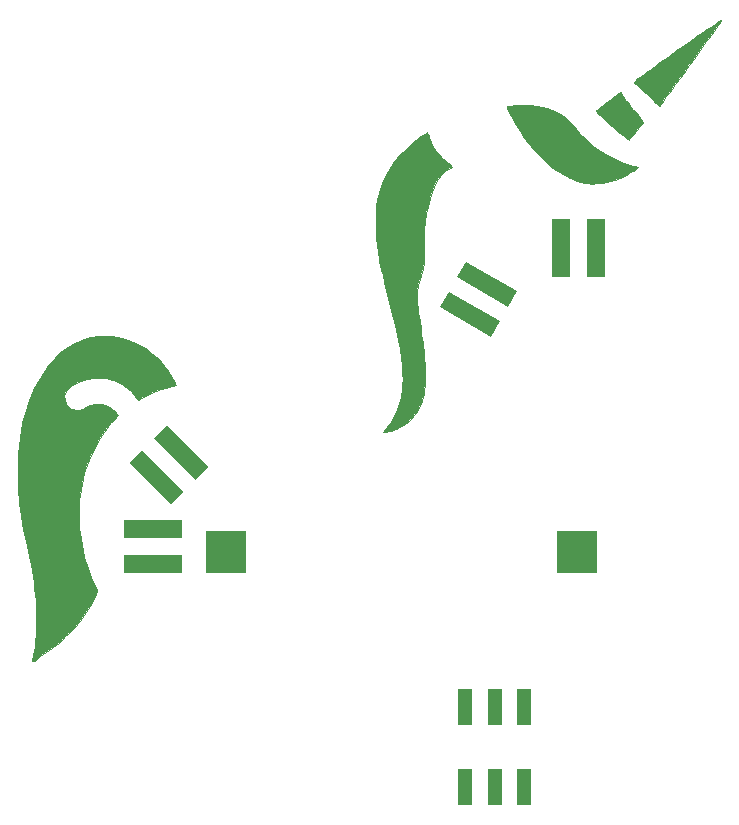
<source format=gbs>
G04 #@! TF.GenerationSoftware,KiCad,Pcbnew,7.0.2.1-36-g582732918d-dirty-deb11*
G04 #@! TF.CreationDate,2024-01-19T22:58:33+00:00*
G04 #@! TF.ProjectId,unicorn_simple,756e6963-6f72-46e5-9f73-696d706c652e,rev?*
G04 #@! TF.SameCoordinates,Original*
G04 #@! TF.FileFunction,Soldermask,Bot*
G04 #@! TF.FilePolarity,Negative*
%FSLAX46Y46*%
G04 Gerber Fmt 4.6, Leading zero omitted, Abs format (unit mm)*
G04 Created by KiCad (PCBNEW 7.0.2.1-36-g582732918d-dirty-deb11) date 2024-01-19 22:58:33*
%MOMM*%
%LPD*%
G01*
G04 APERTURE LIST*
%ADD10C,0.010000*%
%ADD11R,5.000000X1.524000*%
%ADD12R,1.524000X5.000000*%
%ADD13R,3.350000X3.600000*%
%ADD14R,1.300000X3.150000*%
G04 APERTURE END LIST*
D10*
X213380257Y-54915942D02*
X213420398Y-55004211D01*
X213430524Y-55031139D01*
X213472001Y-55122557D01*
X213540512Y-55237412D01*
X213640973Y-55382177D01*
X213778304Y-55563321D01*
X213957420Y-55787317D01*
X214183239Y-56060635D01*
X214460678Y-56389746D01*
X214482032Y-56414891D01*
X214723645Y-56701688D01*
X214912831Y-56932314D01*
X215054149Y-57113215D01*
X215152158Y-57250839D01*
X215211416Y-57351634D01*
X215236481Y-57422047D01*
X215231913Y-57468525D01*
X215229783Y-57472478D01*
X215161003Y-57577456D01*
X215056824Y-57722772D01*
X214926529Y-57896792D01*
X214779399Y-58087880D01*
X214624714Y-58284401D01*
X214471756Y-58474719D01*
X214329805Y-58647199D01*
X214208144Y-58790207D01*
X214116053Y-58892106D01*
X214062814Y-58941261D01*
X214056001Y-58943989D01*
X214003496Y-58919835D01*
X213900193Y-58854827D01*
X213762434Y-58759692D01*
X213647000Y-58675520D01*
X213371718Y-58461736D01*
X213063167Y-58205343D01*
X212715643Y-57901338D01*
X212323439Y-57544724D01*
X211880852Y-57130500D01*
X211842818Y-57094459D01*
X211629138Y-56889958D01*
X211472171Y-56734764D01*
X211365582Y-56621680D01*
X211303032Y-56543505D01*
X211278186Y-56493042D01*
X211284706Y-56463091D01*
X211285927Y-56461818D01*
X211336955Y-56418541D01*
X211442670Y-56334095D01*
X211593056Y-56216146D01*
X211778098Y-56072362D01*
X211987779Y-55910411D01*
X212212084Y-55737959D01*
X212440998Y-55562674D01*
X212664503Y-55392223D01*
X212872585Y-55234273D01*
X213055228Y-55096491D01*
X213202416Y-54986546D01*
X213304134Y-54912103D01*
X213350364Y-54880830D01*
X213351832Y-54880334D01*
X213380257Y-54915942D01*
G36*
X213380257Y-54915942D02*
G01*
X213420398Y-55004211D01*
X213430524Y-55031139D01*
X213472001Y-55122557D01*
X213540512Y-55237412D01*
X213640973Y-55382177D01*
X213778304Y-55563321D01*
X213957420Y-55787317D01*
X214183239Y-56060635D01*
X214460678Y-56389746D01*
X214482032Y-56414891D01*
X214723645Y-56701688D01*
X214912831Y-56932314D01*
X215054149Y-57113215D01*
X215152158Y-57250839D01*
X215211416Y-57351634D01*
X215236481Y-57422047D01*
X215231913Y-57468525D01*
X215229783Y-57472478D01*
X215161003Y-57577456D01*
X215056824Y-57722772D01*
X214926529Y-57896792D01*
X214779399Y-58087880D01*
X214624714Y-58284401D01*
X214471756Y-58474719D01*
X214329805Y-58647199D01*
X214208144Y-58790207D01*
X214116053Y-58892106D01*
X214062814Y-58941261D01*
X214056001Y-58943989D01*
X214003496Y-58919835D01*
X213900193Y-58854827D01*
X213762434Y-58759692D01*
X213647000Y-58675520D01*
X213371718Y-58461736D01*
X213063167Y-58205343D01*
X212715643Y-57901338D01*
X212323439Y-57544724D01*
X211880852Y-57130500D01*
X211842818Y-57094459D01*
X211629138Y-56889958D01*
X211472171Y-56734764D01*
X211365582Y-56621680D01*
X211303032Y-56543505D01*
X211278186Y-56493042D01*
X211284706Y-56463091D01*
X211285927Y-56461818D01*
X211336955Y-56418541D01*
X211442670Y-56334095D01*
X211593056Y-56216146D01*
X211778098Y-56072362D01*
X211987779Y-55910411D01*
X212212084Y-55737959D01*
X212440998Y-55562674D01*
X212664503Y-55392223D01*
X212872585Y-55234273D01*
X213055228Y-55096491D01*
X213202416Y-54986546D01*
X213304134Y-54912103D01*
X213350364Y-54880830D01*
X213351832Y-54880334D01*
X213380257Y-54915942D01*
G37*
X221880538Y-48791153D02*
X221881190Y-48806335D01*
X221866067Y-48840539D01*
X221831597Y-48899054D01*
X221774212Y-48987172D01*
X221690343Y-49110180D01*
X221576420Y-49273369D01*
X221428875Y-49482030D01*
X221244137Y-49741451D01*
X221018638Y-50056922D01*
X220748809Y-50433734D01*
X220624988Y-50606555D01*
X220075516Y-51373162D01*
X219573512Y-52072982D01*
X219117372Y-52708222D01*
X218705490Y-53281088D01*
X218336264Y-53793790D01*
X218008087Y-54248532D01*
X217719356Y-54647524D01*
X217468465Y-54992972D01*
X217253811Y-55287084D01*
X217073788Y-55532066D01*
X216926792Y-55730127D01*
X216811219Y-55883473D01*
X216725463Y-55994313D01*
X216667921Y-56064852D01*
X216636987Y-56097299D01*
X216631500Y-56100094D01*
X216587293Y-56069513D01*
X216496900Y-55989672D01*
X216372934Y-55872228D01*
X216228007Y-55728841D01*
X216208167Y-55708784D01*
X216036297Y-55538839D01*
X215823676Y-55335010D01*
X215593364Y-55119064D01*
X215368421Y-54912767D01*
X215290879Y-54842979D01*
X215100789Y-54670080D01*
X214922597Y-54502743D01*
X214770608Y-54354791D01*
X214659129Y-54240047D01*
X214616317Y-54191254D01*
X214478045Y-54019192D01*
X214636129Y-53882538D01*
X214701056Y-53831854D01*
X214827966Y-53737870D01*
X215011198Y-53604580D01*
X215245090Y-53435978D01*
X215523982Y-53236056D01*
X215842212Y-53008808D01*
X216194119Y-52758228D01*
X216574041Y-52488308D01*
X216976319Y-52203042D01*
X217395290Y-51906423D01*
X217825293Y-51602444D01*
X218260667Y-51295099D01*
X218695751Y-50988381D01*
X219124883Y-50686284D01*
X219542403Y-50392800D01*
X219942649Y-50111923D01*
X220319961Y-49847647D01*
X220668676Y-49603964D01*
X220983134Y-49384868D01*
X221257674Y-49194352D01*
X221486634Y-49036410D01*
X221664352Y-48915035D01*
X221785169Y-48834219D01*
X221843423Y-48797957D01*
X221846180Y-48796695D01*
X221867678Y-48789703D01*
X221880538Y-48791153D01*
G36*
X221880538Y-48791153D02*
G01*
X221881190Y-48806335D01*
X221866067Y-48840539D01*
X221831597Y-48899054D01*
X221774212Y-48987172D01*
X221690343Y-49110180D01*
X221576420Y-49273369D01*
X221428875Y-49482030D01*
X221244137Y-49741451D01*
X221018638Y-50056922D01*
X220748809Y-50433734D01*
X220624988Y-50606555D01*
X220075516Y-51373162D01*
X219573512Y-52072982D01*
X219117372Y-52708222D01*
X218705490Y-53281088D01*
X218336264Y-53793790D01*
X218008087Y-54248532D01*
X217719356Y-54647524D01*
X217468465Y-54992972D01*
X217253811Y-55287084D01*
X217073788Y-55532066D01*
X216926792Y-55730127D01*
X216811219Y-55883473D01*
X216725463Y-55994313D01*
X216667921Y-56064852D01*
X216636987Y-56097299D01*
X216631500Y-56100094D01*
X216587293Y-56069513D01*
X216496900Y-55989672D01*
X216372934Y-55872228D01*
X216228007Y-55728841D01*
X216208167Y-55708784D01*
X216036297Y-55538839D01*
X215823676Y-55335010D01*
X215593364Y-55119064D01*
X215368421Y-54912767D01*
X215290879Y-54842979D01*
X215100789Y-54670080D01*
X214922597Y-54502743D01*
X214770608Y-54354791D01*
X214659129Y-54240047D01*
X214616317Y-54191254D01*
X214478045Y-54019192D01*
X214636129Y-53882538D01*
X214701056Y-53831854D01*
X214827966Y-53737870D01*
X215011198Y-53604580D01*
X215245090Y-53435978D01*
X215523982Y-53236056D01*
X215842212Y-53008808D01*
X216194119Y-52758228D01*
X216574041Y-52488308D01*
X216976319Y-52203042D01*
X217395290Y-51906423D01*
X217825293Y-51602444D01*
X218260667Y-51295099D01*
X218695751Y-50988381D01*
X219124883Y-50686284D01*
X219542403Y-50392800D01*
X219942649Y-50111923D01*
X220319961Y-49847647D01*
X220668676Y-49603964D01*
X220983134Y-49384868D01*
X221257674Y-49194352D01*
X221486634Y-49036410D01*
X221664352Y-48915035D01*
X221785169Y-48834219D01*
X221843423Y-48797957D01*
X221846180Y-48796695D01*
X221867678Y-48789703D01*
X221880538Y-48791153D01*
G37*
X205722048Y-56036614D02*
X206235098Y-56076529D01*
X206699877Y-56147736D01*
X207132731Y-56253507D01*
X207550010Y-56397114D01*
X207968062Y-56581828D01*
X207995613Y-56595316D01*
X208387686Y-56817401D01*
X208749650Y-57086180D01*
X209095867Y-57413804D01*
X209440704Y-57812423D01*
X209453288Y-57828270D01*
X209961231Y-58425546D01*
X210501447Y-58978251D01*
X211061738Y-59475177D01*
X211629909Y-59905118D01*
X211923173Y-60097717D01*
X212371172Y-60351922D01*
X212874882Y-60596024D01*
X213407012Y-60818847D01*
X213940271Y-61009215D01*
X214447368Y-61155948D01*
X214588917Y-61189477D01*
X214718674Y-61223280D01*
X214806977Y-61255548D01*
X214832334Y-61275051D01*
X214797720Y-61313769D01*
X214703134Y-61385189D01*
X214562460Y-61480615D01*
X214389580Y-61591350D01*
X214198379Y-61708698D01*
X214002738Y-61823961D01*
X213816542Y-61928444D01*
X213653674Y-62013450D01*
X213653068Y-62013749D01*
X213277850Y-62182295D01*
X212870006Y-62331688D01*
X212408139Y-62469420D01*
X212186500Y-62527200D01*
X211808551Y-62601274D01*
X211399338Y-62645433D01*
X210986187Y-62658786D01*
X210596420Y-62640438D01*
X210260334Y-62590154D01*
X209665021Y-62423258D01*
X209059442Y-62185423D01*
X208462164Y-61885314D01*
X207891755Y-61531597D01*
X207699167Y-61394727D01*
X207296913Y-61072696D01*
X206873443Y-60686636D01*
X206441272Y-60250175D01*
X206012914Y-59776942D01*
X205600882Y-59280567D01*
X205217691Y-58774677D01*
X204982744Y-58436334D01*
X204846341Y-58225602D01*
X204697417Y-57984481D01*
X204541541Y-57723130D01*
X204384280Y-57451709D01*
X204231203Y-57180381D01*
X204087879Y-56919304D01*
X203959874Y-56678639D01*
X203852758Y-56468546D01*
X203772097Y-56299187D01*
X203723462Y-56180721D01*
X203712419Y-56123309D01*
X203713891Y-56120998D01*
X203779549Y-56096896D01*
X203919595Y-56075134D01*
X204123769Y-56056405D01*
X204381809Y-56041397D01*
X204683452Y-56030802D01*
X205018438Y-56025312D01*
X205144377Y-56024719D01*
X205722048Y-56036614D01*
G36*
X205722048Y-56036614D02*
G01*
X206235098Y-56076529D01*
X206699877Y-56147736D01*
X207132731Y-56253507D01*
X207550010Y-56397114D01*
X207968062Y-56581828D01*
X207995613Y-56595316D01*
X208387686Y-56817401D01*
X208749650Y-57086180D01*
X209095867Y-57413804D01*
X209440704Y-57812423D01*
X209453288Y-57828270D01*
X209961231Y-58425546D01*
X210501447Y-58978251D01*
X211061738Y-59475177D01*
X211629909Y-59905118D01*
X211923173Y-60097717D01*
X212371172Y-60351922D01*
X212874882Y-60596024D01*
X213407012Y-60818847D01*
X213940271Y-61009215D01*
X214447368Y-61155948D01*
X214588917Y-61189477D01*
X214718674Y-61223280D01*
X214806977Y-61255548D01*
X214832334Y-61275051D01*
X214797720Y-61313769D01*
X214703134Y-61385189D01*
X214562460Y-61480615D01*
X214389580Y-61591350D01*
X214198379Y-61708698D01*
X214002738Y-61823961D01*
X213816542Y-61928444D01*
X213653674Y-62013450D01*
X213653068Y-62013749D01*
X213277850Y-62182295D01*
X212870006Y-62331688D01*
X212408139Y-62469420D01*
X212186500Y-62527200D01*
X211808551Y-62601274D01*
X211399338Y-62645433D01*
X210986187Y-62658786D01*
X210596420Y-62640438D01*
X210260334Y-62590154D01*
X209665021Y-62423258D01*
X209059442Y-62185423D01*
X208462164Y-61885314D01*
X207891755Y-61531597D01*
X207699167Y-61394727D01*
X207296913Y-61072696D01*
X206873443Y-60686636D01*
X206441272Y-60250175D01*
X206012914Y-59776942D01*
X205600882Y-59280567D01*
X205217691Y-58774677D01*
X204982744Y-58436334D01*
X204846341Y-58225602D01*
X204697417Y-57984481D01*
X204541541Y-57723130D01*
X204384280Y-57451709D01*
X204231203Y-57180381D01*
X204087879Y-56919304D01*
X203959874Y-56678639D01*
X203852758Y-56468546D01*
X203772097Y-56299187D01*
X203723462Y-56180721D01*
X203712419Y-56123309D01*
X203713891Y-56120998D01*
X203779549Y-56096896D01*
X203919595Y-56075134D01*
X204123769Y-56056405D01*
X204381809Y-56041397D01*
X204683452Y-56030802D01*
X205018438Y-56025312D01*
X205144377Y-56024719D01*
X205722048Y-56036614D01*
G37*
X197008583Y-58363443D02*
X197056566Y-58469466D01*
X197115254Y-58620342D01*
X197155565Y-58734107D01*
X197317546Y-59160921D01*
X197498253Y-59536308D01*
X197709122Y-59876100D01*
X197961586Y-60196128D01*
X198267080Y-60512225D01*
X198637039Y-60840224D01*
X198735084Y-60921162D01*
X198886910Y-61046264D01*
X199011308Y-61151051D01*
X199095490Y-61224589D01*
X199126666Y-61255942D01*
X199126667Y-61255982D01*
X199092347Y-61281895D01*
X199004135Y-61332192D01*
X198925584Y-61373266D01*
X198533881Y-61613902D01*
X198193815Y-61913696D01*
X197902243Y-62276603D01*
X197656025Y-62706574D01*
X197452016Y-63207562D01*
X197440647Y-63241167D01*
X197387472Y-63412006D01*
X197320397Y-63645577D01*
X197243822Y-63924752D01*
X197162146Y-64232401D01*
X197079766Y-64551396D01*
X197001083Y-64864606D01*
X196930494Y-65154903D01*
X196872399Y-65405159D01*
X196831196Y-65598243D01*
X196820047Y-65657818D01*
X196777668Y-65961117D01*
X196743137Y-66330616D01*
X196717177Y-66748146D01*
X196700508Y-67195543D01*
X196693852Y-67654638D01*
X196697931Y-68107265D01*
X196709211Y-68448167D01*
X196723079Y-68789994D01*
X196728645Y-69066676D01*
X196723640Y-69297515D01*
X196705797Y-69501819D01*
X196672850Y-69698891D01*
X196622529Y-69908037D01*
X196552569Y-70148561D01*
X196483747Y-70367738D01*
X196375639Y-70712889D01*
X196292846Y-70997058D01*
X196232122Y-71238965D01*
X196190221Y-71457333D01*
X196163898Y-71670882D01*
X196149907Y-71898334D01*
X196145002Y-72158411D01*
X196144999Y-72321667D01*
X196147216Y-72536542D01*
X196153008Y-72731378D01*
X196163880Y-72920940D01*
X196181337Y-73119989D01*
X196206885Y-73343290D01*
X196242030Y-73605606D01*
X196288278Y-73921701D01*
X196347133Y-74306337D01*
X196347907Y-74311334D01*
X196434335Y-74872378D01*
X196508051Y-75360013D01*
X196570151Y-75784364D01*
X196621731Y-76155554D01*
X196663887Y-76483708D01*
X196697715Y-76778950D01*
X196724310Y-77051404D01*
X196744769Y-77311194D01*
X196760187Y-77568445D01*
X196771660Y-77833281D01*
X196780285Y-78115826D01*
X196785772Y-78356654D01*
X196792345Y-78888339D01*
X196787699Y-79348602D01*
X196770290Y-79750131D01*
X196738574Y-80105618D01*
X196691007Y-80427752D01*
X196626045Y-80729223D01*
X196542143Y-81022720D01*
X196437757Y-81320934D01*
X196419103Y-81369798D01*
X196189714Y-81848542D01*
X195888651Y-82286033D01*
X195520813Y-82677142D01*
X195091099Y-83016737D01*
X194604410Y-83299688D01*
X194551635Y-83325223D01*
X194351074Y-83413476D01*
X194134610Y-83496952D01*
X193916271Y-83571667D01*
X193710090Y-83633634D01*
X193530095Y-83678868D01*
X193390317Y-83703384D01*
X193304787Y-83703197D01*
X193284667Y-83685104D01*
X193309984Y-83644530D01*
X193378529Y-83553435D01*
X193479188Y-83426226D01*
X193575805Y-83307615D01*
X193930315Y-82837962D01*
X194222680Y-82360199D01*
X194457510Y-81861950D01*
X194639419Y-81330841D01*
X194773017Y-80754495D01*
X194862917Y-80120537D01*
X194893343Y-79772195D01*
X194914478Y-79237096D01*
X194903319Y-78664436D01*
X194859110Y-78048611D01*
X194781097Y-77384022D01*
X194668524Y-76665066D01*
X194520638Y-75886142D01*
X194336683Y-75041649D01*
X194151623Y-74269000D01*
X193948913Y-73450891D01*
X193766172Y-72709131D01*
X193602284Y-72038069D01*
X193456131Y-71432055D01*
X193326597Y-70885440D01*
X193212565Y-70392572D01*
X193112919Y-69947803D01*
X193026542Y-69545480D01*
X192952317Y-69179955D01*
X192889127Y-68845576D01*
X192835857Y-68536695D01*
X192791389Y-68247659D01*
X192754607Y-67972820D01*
X192724394Y-67706527D01*
X192699633Y-67443130D01*
X192679208Y-67176978D01*
X192662002Y-66902421D01*
X192649599Y-66668794D01*
X192628308Y-65931375D01*
X192642390Y-65257925D01*
X192693241Y-64634864D01*
X192782259Y-64048609D01*
X192910840Y-63485580D01*
X193013038Y-63135894D01*
X193279804Y-62405133D01*
X193602206Y-61728513D01*
X193988364Y-61090105D01*
X194224798Y-60757589D01*
X194411477Y-60524578D01*
X194645600Y-60257218D01*
X194908909Y-59974562D01*
X195183145Y-59695663D01*
X195450049Y-59439571D01*
X195691362Y-59225339D01*
X195700928Y-59217322D01*
X195863774Y-59085730D01*
X196050322Y-58942237D01*
X196248132Y-58795577D01*
X196444762Y-58654483D01*
X196627771Y-58527689D01*
X196784717Y-58423930D01*
X196903160Y-58351939D01*
X196970658Y-58320451D01*
X196978927Y-58320143D01*
X197008583Y-58363443D01*
G36*
X197008583Y-58363443D02*
G01*
X197056566Y-58469466D01*
X197115254Y-58620342D01*
X197155565Y-58734107D01*
X197317546Y-59160921D01*
X197498253Y-59536308D01*
X197709122Y-59876100D01*
X197961586Y-60196128D01*
X198267080Y-60512225D01*
X198637039Y-60840224D01*
X198735084Y-60921162D01*
X198886910Y-61046264D01*
X199011308Y-61151051D01*
X199095490Y-61224589D01*
X199126666Y-61255942D01*
X199126667Y-61255982D01*
X199092347Y-61281895D01*
X199004135Y-61332192D01*
X198925584Y-61373266D01*
X198533881Y-61613902D01*
X198193815Y-61913696D01*
X197902243Y-62276603D01*
X197656025Y-62706574D01*
X197452016Y-63207562D01*
X197440647Y-63241167D01*
X197387472Y-63412006D01*
X197320397Y-63645577D01*
X197243822Y-63924752D01*
X197162146Y-64232401D01*
X197079766Y-64551396D01*
X197001083Y-64864606D01*
X196930494Y-65154903D01*
X196872399Y-65405159D01*
X196831196Y-65598243D01*
X196820047Y-65657818D01*
X196777668Y-65961117D01*
X196743137Y-66330616D01*
X196717177Y-66748146D01*
X196700508Y-67195543D01*
X196693852Y-67654638D01*
X196697931Y-68107265D01*
X196709211Y-68448167D01*
X196723079Y-68789994D01*
X196728645Y-69066676D01*
X196723640Y-69297515D01*
X196705797Y-69501819D01*
X196672850Y-69698891D01*
X196622529Y-69908037D01*
X196552569Y-70148561D01*
X196483747Y-70367738D01*
X196375639Y-70712889D01*
X196292846Y-70997058D01*
X196232122Y-71238965D01*
X196190221Y-71457333D01*
X196163898Y-71670882D01*
X196149907Y-71898334D01*
X196145002Y-72158411D01*
X196144999Y-72321667D01*
X196147216Y-72536542D01*
X196153008Y-72731378D01*
X196163880Y-72920940D01*
X196181337Y-73119989D01*
X196206885Y-73343290D01*
X196242030Y-73605606D01*
X196288278Y-73921701D01*
X196347133Y-74306337D01*
X196347907Y-74311334D01*
X196434335Y-74872378D01*
X196508051Y-75360013D01*
X196570151Y-75784364D01*
X196621731Y-76155554D01*
X196663887Y-76483708D01*
X196697715Y-76778950D01*
X196724310Y-77051404D01*
X196744769Y-77311194D01*
X196760187Y-77568445D01*
X196771660Y-77833281D01*
X196780285Y-78115826D01*
X196785772Y-78356654D01*
X196792345Y-78888339D01*
X196787699Y-79348602D01*
X196770290Y-79750131D01*
X196738574Y-80105618D01*
X196691007Y-80427752D01*
X196626045Y-80729223D01*
X196542143Y-81022720D01*
X196437757Y-81320934D01*
X196419103Y-81369798D01*
X196189714Y-81848542D01*
X195888651Y-82286033D01*
X195520813Y-82677142D01*
X195091099Y-83016737D01*
X194604410Y-83299688D01*
X194551635Y-83325223D01*
X194351074Y-83413476D01*
X194134610Y-83496952D01*
X193916271Y-83571667D01*
X193710090Y-83633634D01*
X193530095Y-83678868D01*
X193390317Y-83703384D01*
X193304787Y-83703197D01*
X193284667Y-83685104D01*
X193309984Y-83644530D01*
X193378529Y-83553435D01*
X193479188Y-83426226D01*
X193575805Y-83307615D01*
X193930315Y-82837962D01*
X194222680Y-82360199D01*
X194457510Y-81861950D01*
X194639419Y-81330841D01*
X194773017Y-80754495D01*
X194862917Y-80120537D01*
X194893343Y-79772195D01*
X194914478Y-79237096D01*
X194903319Y-78664436D01*
X194859110Y-78048611D01*
X194781097Y-77384022D01*
X194668524Y-76665066D01*
X194520638Y-75886142D01*
X194336683Y-75041649D01*
X194151623Y-74269000D01*
X193948913Y-73450891D01*
X193766172Y-72709131D01*
X193602284Y-72038069D01*
X193456131Y-71432055D01*
X193326597Y-70885440D01*
X193212565Y-70392572D01*
X193112919Y-69947803D01*
X193026542Y-69545480D01*
X192952317Y-69179955D01*
X192889127Y-68845576D01*
X192835857Y-68536695D01*
X192791389Y-68247659D01*
X192754607Y-67972820D01*
X192724394Y-67706527D01*
X192699633Y-67443130D01*
X192679208Y-67176978D01*
X192662002Y-66902421D01*
X192649599Y-66668794D01*
X192628308Y-65931375D01*
X192642390Y-65257925D01*
X192693241Y-64634864D01*
X192782259Y-64048609D01*
X192910840Y-63485580D01*
X193013038Y-63135894D01*
X193279804Y-62405133D01*
X193602206Y-61728513D01*
X193988364Y-61090105D01*
X194224798Y-60757589D01*
X194411477Y-60524578D01*
X194645600Y-60257218D01*
X194908909Y-59974562D01*
X195183145Y-59695663D01*
X195450049Y-59439571D01*
X195691362Y-59225339D01*
X195700928Y-59217322D01*
X195863774Y-59085730D01*
X196050322Y-58942237D01*
X196248132Y-58795577D01*
X196444762Y-58654483D01*
X196627771Y-58527689D01*
X196784717Y-58423930D01*
X196903160Y-58351939D01*
X196970658Y-58320451D01*
X196978927Y-58320143D01*
X197008583Y-58363443D01*
G37*
X169871732Y-75564098D02*
X170291752Y-75592063D01*
X170672425Y-75645831D01*
X170728733Y-75657029D01*
X171402594Y-75831100D01*
X172058153Y-76065985D01*
X172677420Y-76354075D01*
X173242405Y-76687760D01*
X173366834Y-76773012D01*
X173644119Y-76987499D01*
X173946764Y-77253668D01*
X174254882Y-77551641D01*
X174548582Y-77861537D01*
X174807978Y-78163477D01*
X174969890Y-78375334D01*
X175086995Y-78548727D01*
X175210375Y-78747182D01*
X175333027Y-78957446D01*
X175447947Y-79166267D01*
X175548132Y-79360393D01*
X175626577Y-79526574D01*
X175676280Y-79651557D01*
X175690236Y-79722091D01*
X175686256Y-79730788D01*
X175633978Y-79751649D01*
X175516735Y-79786348D01*
X175352128Y-79829983D01*
X175166000Y-79875701D01*
X174812618Y-79970912D01*
X174423131Y-80095478D01*
X174017512Y-80241486D01*
X173615736Y-80401023D01*
X173237776Y-80566175D01*
X172903606Y-80729028D01*
X172644341Y-80874747D01*
X172512375Y-80956306D01*
X172383025Y-80777070D01*
X172256925Y-80621972D01*
X172083830Y-80435528D01*
X171884094Y-80237700D01*
X171678069Y-80048449D01*
X171486109Y-79887739D01*
X171440667Y-79852831D01*
X171153937Y-79663828D01*
X170816574Y-79483850D01*
X170462209Y-79330166D01*
X170328356Y-79281662D01*
X169836997Y-79157401D01*
X169316054Y-79105725D01*
X168777663Y-79125543D01*
X168233957Y-79215764D01*
X167697071Y-79375298D01*
X167271828Y-79556386D01*
X166921473Y-79748007D01*
X166651448Y-79942988D01*
X166457431Y-80146242D01*
X166335099Y-80362682D01*
X166280131Y-80597222D01*
X166276000Y-80688325D01*
X166315875Y-81002118D01*
X166432104Y-81283903D01*
X166619596Y-81524800D01*
X166861200Y-81708935D01*
X166999620Y-81778710D01*
X167134378Y-81814126D01*
X167306176Y-81825146D01*
X167336681Y-81825310D01*
X167466041Y-81821777D01*
X167577062Y-81806389D01*
X167692137Y-81772262D01*
X167833664Y-81712513D01*
X168024037Y-81620259D01*
X168056347Y-81604115D01*
X168252979Y-81510301D01*
X168442635Y-81427897D01*
X168601084Y-81366999D01*
X168689000Y-81340567D01*
X168952926Y-81303453D01*
X169235217Y-81299128D01*
X169502738Y-81326301D01*
X169713995Y-81380479D01*
X169906430Y-81473967D01*
X170122744Y-81612135D01*
X170337071Y-81775372D01*
X170523543Y-81944070D01*
X170650643Y-82090559D01*
X170779154Y-82270952D01*
X170697160Y-82371874D01*
X170638739Y-82442418D01*
X170539141Y-82561289D01*
X170411989Y-82712275D01*
X170270908Y-82879164D01*
X170261745Y-82889982D01*
X169652615Y-83669124D01*
X169120160Y-84479038D01*
X168662956Y-85322981D01*
X168279581Y-86204208D01*
X167968611Y-87125975D01*
X167728625Y-88091538D01*
X167563458Y-89064500D01*
X167530317Y-89385938D01*
X167506699Y-89770800D01*
X167492619Y-90198378D01*
X167488092Y-90647965D01*
X167493131Y-91098854D01*
X167507750Y-91530336D01*
X167531966Y-91921705D01*
X167561267Y-92216831D01*
X167727871Y-93270241D01*
X167962232Y-94278639D01*
X168266959Y-95251092D01*
X168644662Y-96196666D01*
X168810207Y-96555719D01*
X169058124Y-97073990D01*
X168939146Y-97400333D01*
X168731802Y-97895760D01*
X168464003Y-98417710D01*
X168146669Y-98947161D01*
X167790719Y-99465093D01*
X167636697Y-99669000D01*
X167459951Y-99881903D01*
X167231373Y-100135077D01*
X166964616Y-100415124D01*
X166673330Y-100708646D01*
X166371168Y-101002245D01*
X166071782Y-101282523D01*
X165788823Y-101536083D01*
X165535944Y-101749525D01*
X165436787Y-101828000D01*
X165235443Y-101980223D01*
X165003446Y-102150738D01*
X164753809Y-102330465D01*
X164499545Y-102510325D01*
X164253665Y-102681238D01*
X164029181Y-102834125D01*
X163839107Y-102959907D01*
X163696453Y-103049504D01*
X163640750Y-103081217D01*
X163555931Y-103113790D01*
X163524334Y-103097932D01*
X163524334Y-103097878D01*
X163532319Y-103041225D01*
X163554098Y-102919216D01*
X163586408Y-102749426D01*
X163625984Y-102549429D01*
X163628715Y-102535874D01*
X163695371Y-102196126D01*
X163749440Y-101894154D01*
X163792195Y-101614830D01*
X163824910Y-101343029D01*
X163848856Y-101063623D01*
X163865307Y-100761487D01*
X163875536Y-100421492D01*
X163880816Y-100028514D01*
X163882419Y-99567424D01*
X163882427Y-99520834D01*
X163881116Y-99059527D01*
X163876934Y-98670074D01*
X163869424Y-98339696D01*
X163858129Y-98055615D01*
X163842593Y-97805052D01*
X163822359Y-97575227D01*
X163808302Y-97446500D01*
X163741339Y-96898280D01*
X163671527Y-96383452D01*
X163595805Y-95884355D01*
X163511108Y-95383327D01*
X163414374Y-94862707D01*
X163302541Y-94304831D01*
X163172545Y-93692039D01*
X163098625Y-93354307D01*
X162939147Y-92618120D01*
X162801832Y-91951414D01*
X162685211Y-91342368D01*
X162587815Y-90779159D01*
X162508176Y-90249968D01*
X162444825Y-89742972D01*
X162396292Y-89246351D01*
X162361109Y-88748283D01*
X162337807Y-88236947D01*
X162324917Y-87700522D01*
X162320971Y-87127187D01*
X162320983Y-87096000D01*
X162330966Y-86294800D01*
X162360949Y-85559665D01*
X162412767Y-84873969D01*
X162488256Y-84221081D01*
X162589249Y-83584374D01*
X162717583Y-82947218D01*
X162832517Y-82460500D01*
X163074095Y-81613595D01*
X163367588Y-80792719D01*
X163708300Y-80006797D01*
X164091533Y-79264751D01*
X164512590Y-78575503D01*
X164966775Y-77947978D01*
X165449391Y-77391098D01*
X165561266Y-77276599D01*
X166045282Y-76848918D01*
X166589962Y-76468913D01*
X167181596Y-76143801D01*
X167806472Y-75880800D01*
X168450882Y-75687125D01*
X168674638Y-75637822D01*
X169033270Y-75586698D01*
X169442269Y-75562216D01*
X169871732Y-75564098D01*
G36*
X169871732Y-75564098D02*
G01*
X170291752Y-75592063D01*
X170672425Y-75645831D01*
X170728733Y-75657029D01*
X171402594Y-75831100D01*
X172058153Y-76065985D01*
X172677420Y-76354075D01*
X173242405Y-76687760D01*
X173366834Y-76773012D01*
X173644119Y-76987499D01*
X173946764Y-77253668D01*
X174254882Y-77551641D01*
X174548582Y-77861537D01*
X174807978Y-78163477D01*
X174969890Y-78375334D01*
X175086995Y-78548727D01*
X175210375Y-78747182D01*
X175333027Y-78957446D01*
X175447947Y-79166267D01*
X175548132Y-79360393D01*
X175626577Y-79526574D01*
X175676280Y-79651557D01*
X175690236Y-79722091D01*
X175686256Y-79730788D01*
X175633978Y-79751649D01*
X175516735Y-79786348D01*
X175352128Y-79829983D01*
X175166000Y-79875701D01*
X174812618Y-79970912D01*
X174423131Y-80095478D01*
X174017512Y-80241486D01*
X173615736Y-80401023D01*
X173237776Y-80566175D01*
X172903606Y-80729028D01*
X172644341Y-80874747D01*
X172512375Y-80956306D01*
X172383025Y-80777070D01*
X172256925Y-80621972D01*
X172083830Y-80435528D01*
X171884094Y-80237700D01*
X171678069Y-80048449D01*
X171486109Y-79887739D01*
X171440667Y-79852831D01*
X171153937Y-79663828D01*
X170816574Y-79483850D01*
X170462209Y-79330166D01*
X170328356Y-79281662D01*
X169836997Y-79157401D01*
X169316054Y-79105725D01*
X168777663Y-79125543D01*
X168233957Y-79215764D01*
X167697071Y-79375298D01*
X167271828Y-79556386D01*
X166921473Y-79748007D01*
X166651448Y-79942988D01*
X166457431Y-80146242D01*
X166335099Y-80362682D01*
X166280131Y-80597222D01*
X166276000Y-80688325D01*
X166315875Y-81002118D01*
X166432104Y-81283903D01*
X166619596Y-81524800D01*
X166861200Y-81708935D01*
X166999620Y-81778710D01*
X167134378Y-81814126D01*
X167306176Y-81825146D01*
X167336681Y-81825310D01*
X167466041Y-81821777D01*
X167577062Y-81806389D01*
X167692137Y-81772262D01*
X167833664Y-81712513D01*
X168024037Y-81620259D01*
X168056347Y-81604115D01*
X168252979Y-81510301D01*
X168442635Y-81427897D01*
X168601084Y-81366999D01*
X168689000Y-81340567D01*
X168952926Y-81303453D01*
X169235217Y-81299128D01*
X169502738Y-81326301D01*
X169713995Y-81380479D01*
X169906430Y-81473967D01*
X170122744Y-81612135D01*
X170337071Y-81775372D01*
X170523543Y-81944070D01*
X170650643Y-82090559D01*
X170779154Y-82270952D01*
X170697160Y-82371874D01*
X170638739Y-82442418D01*
X170539141Y-82561289D01*
X170411989Y-82712275D01*
X170270908Y-82879164D01*
X170261745Y-82889982D01*
X169652615Y-83669124D01*
X169120160Y-84479038D01*
X168662956Y-85322981D01*
X168279581Y-86204208D01*
X167968611Y-87125975D01*
X167728625Y-88091538D01*
X167563458Y-89064500D01*
X167530317Y-89385938D01*
X167506699Y-89770800D01*
X167492619Y-90198378D01*
X167488092Y-90647965D01*
X167493131Y-91098854D01*
X167507750Y-91530336D01*
X167531966Y-91921705D01*
X167561267Y-92216831D01*
X167727871Y-93270241D01*
X167962232Y-94278639D01*
X168266959Y-95251092D01*
X168644662Y-96196666D01*
X168810207Y-96555719D01*
X169058124Y-97073990D01*
X168939146Y-97400333D01*
X168731802Y-97895760D01*
X168464003Y-98417710D01*
X168146669Y-98947161D01*
X167790719Y-99465093D01*
X167636697Y-99669000D01*
X167459951Y-99881903D01*
X167231373Y-100135077D01*
X166964616Y-100415124D01*
X166673330Y-100708646D01*
X166371168Y-101002245D01*
X166071782Y-101282523D01*
X165788823Y-101536083D01*
X165535944Y-101749525D01*
X165436787Y-101828000D01*
X165235443Y-101980223D01*
X165003446Y-102150738D01*
X164753809Y-102330465D01*
X164499545Y-102510325D01*
X164253665Y-102681238D01*
X164029181Y-102834125D01*
X163839107Y-102959907D01*
X163696453Y-103049504D01*
X163640750Y-103081217D01*
X163555931Y-103113790D01*
X163524334Y-103097932D01*
X163524334Y-103097878D01*
X163532319Y-103041225D01*
X163554098Y-102919216D01*
X163586408Y-102749426D01*
X163625984Y-102549429D01*
X163628715Y-102535874D01*
X163695371Y-102196126D01*
X163749440Y-101894154D01*
X163792195Y-101614830D01*
X163824910Y-101343029D01*
X163848856Y-101063623D01*
X163865307Y-100761487D01*
X163875536Y-100421492D01*
X163880816Y-100028514D01*
X163882419Y-99567424D01*
X163882427Y-99520834D01*
X163881116Y-99059527D01*
X163876934Y-98670074D01*
X163869424Y-98339696D01*
X163858129Y-98055615D01*
X163842593Y-97805052D01*
X163822359Y-97575227D01*
X163808302Y-97446500D01*
X163741339Y-96898280D01*
X163671527Y-96383452D01*
X163595805Y-95884355D01*
X163511108Y-95383327D01*
X163414374Y-94862707D01*
X163302541Y-94304831D01*
X163172545Y-93692039D01*
X163098625Y-93354307D01*
X162939147Y-92618120D01*
X162801832Y-91951414D01*
X162685211Y-91342368D01*
X162587815Y-90779159D01*
X162508176Y-90249968D01*
X162444825Y-89742972D01*
X162396292Y-89246351D01*
X162361109Y-88748283D01*
X162337807Y-88236947D01*
X162324917Y-87700522D01*
X162320971Y-87127187D01*
X162320983Y-87096000D01*
X162330966Y-86294800D01*
X162360949Y-85559665D01*
X162412767Y-84873969D01*
X162488256Y-84221081D01*
X162589249Y-83584374D01*
X162717583Y-82947218D01*
X162832517Y-82460500D01*
X163074095Y-81613595D01*
X163367588Y-80792719D01*
X163708300Y-80006797D01*
X164091533Y-79264751D01*
X164512590Y-78575503D01*
X164966775Y-77947978D01*
X165449391Y-77391098D01*
X165561266Y-77276599D01*
X166045282Y-76848918D01*
X166589962Y-76468913D01*
X167181596Y-76143801D01*
X167806472Y-75880800D01*
X168450882Y-75687125D01*
X168674638Y-75637822D01*
X169033270Y-75586698D01*
X169442269Y-75562216D01*
X169871732Y-75564098D01*
G37*
D11*
X173750000Y-91900000D03*
X173750000Y-94840000D03*
D12*
X211300000Y-68150000D03*
X208360000Y-68150000D03*
G36*
X200295840Y-69266051D02*
G01*
X204625968Y-71766051D01*
X203863968Y-73085873D01*
X199533840Y-70585873D01*
X200295840Y-69266051D01*
G37*
G36*
X198825840Y-71812166D02*
G01*
X203155968Y-74312166D01*
X202393968Y-75631988D01*
X198063840Y-73131988D01*
X198825840Y-71812166D01*
G37*
G36*
X174937774Y-83138824D02*
G01*
X178473308Y-86674358D01*
X177395678Y-87751988D01*
X173860144Y-84216454D01*
X174937774Y-83138824D01*
G37*
G36*
X172858880Y-85217718D02*
G01*
X176394414Y-88753252D01*
X175316784Y-89830882D01*
X171781250Y-86295348D01*
X172858880Y-85217718D01*
G37*
D13*
X179983500Y-93853000D03*
X209658500Y-93853000D03*
D14*
X205210000Y-106980000D03*
X202710000Y-106980000D03*
X200210000Y-106980000D03*
X205210000Y-113730000D03*
X202710000Y-113730000D03*
X200210000Y-113730000D03*
M02*

</source>
